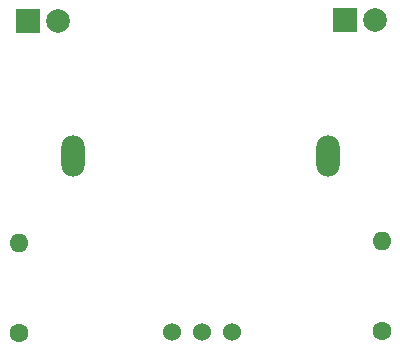
<source format=gbr>
%TF.GenerationSoftware,KiCad,Pcbnew,8.0.5*%
%TF.CreationDate,2025-02-18T12:58:12+00:00*%
%TF.ProjectId,practice-keyring,70726163-7469-4636-952d-6b657972696e,rev?*%
%TF.SameCoordinates,Original*%
%TF.FileFunction,Soldermask,Top*%
%TF.FilePolarity,Negative*%
%FSLAX46Y46*%
G04 Gerber Fmt 4.6, Leading zero omitted, Abs format (unit mm)*
G04 Created by KiCad (PCBNEW 8.0.5) date 2025-02-18 12:58:12*
%MOMM*%
%LPD*%
G01*
G04 APERTURE LIST*
%ADD10R,2.000000X2.000000*%
%ADD11C,2.000000*%
%ADD12C,1.600000*%
%ADD13O,1.600000X1.600000*%
%ADD14O,2.000000X3.500000*%
%ADD15C,1.524000*%
G04 APERTURE END LIST*
D10*
%TO.C,D2*%
X247142000Y-98145600D03*
D11*
X249682000Y-98145600D03*
%TD*%
D10*
%TO.C,D1*%
X220294200Y-98221800D03*
D11*
X222834200Y-98221800D03*
%TD*%
D12*
%TO.C,R2*%
X250215400Y-124510800D03*
D13*
X250215400Y-116890800D03*
%TD*%
D12*
%TO.C,R1*%
X219506800Y-124663200D03*
D13*
X219506800Y-117043200D03*
%TD*%
D14*
%TO.C,CR2032*%
X245699200Y-109651800D03*
X224099200Y-109651800D03*
%TD*%
D15*
%TO.C,switch*%
X232460800Y-124587000D03*
X235000800Y-124587000D03*
X237540800Y-124587000D03*
%TD*%
M02*

</source>
